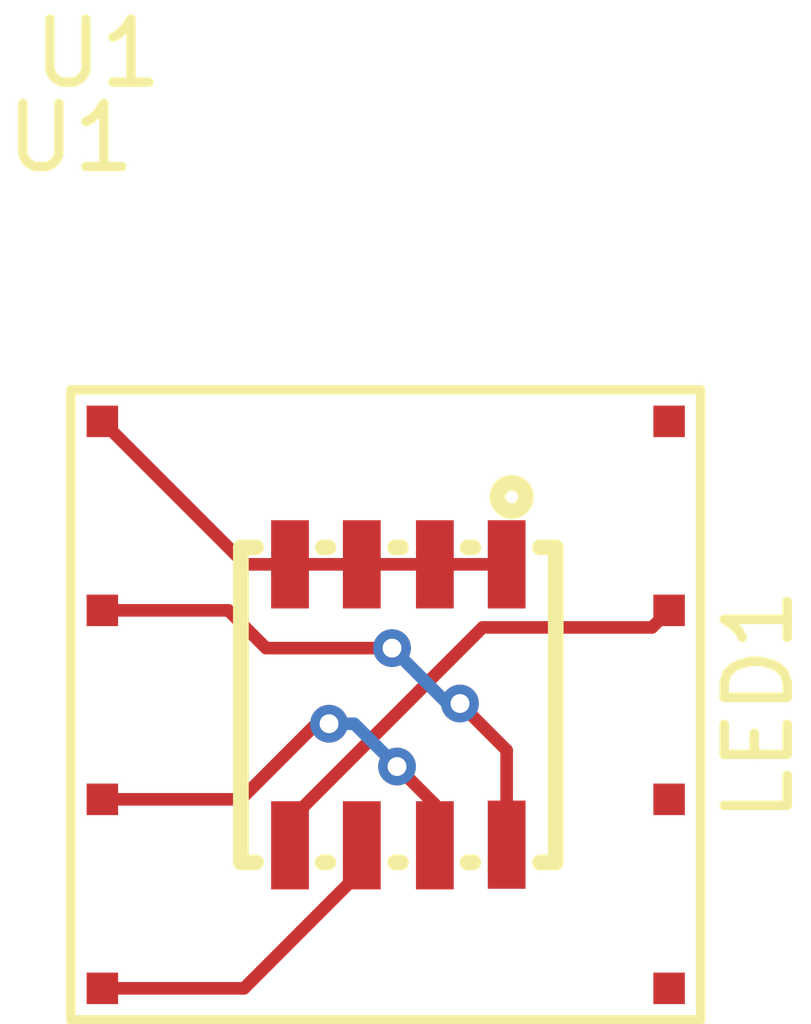
<source format=kicad_pcb>
(kicad_pcb (version 20241229) (generator "pcbnew") (generator_version "9.0")
  (layers (0 "F.Cu" signal) (2 "B.Cu" signal) (13 "F.Paste" user) (15 "B.Paste" user) (5 "F.SilkS" user "F.Silkscreen") (7 "B.SilkS" user "B.Silkscreen") (1 "F.Mask" user) (3 "B.Mask" user) (25 "Edge.Cuts" user))
  (net 0 "")
  (net 1 "cathode_warm_white")
  (net 2 "cathode_red")
  (net 3 "cathode_ir")
  (net 4 "cathode_blue")
  (net 5 "cathode_green")
  (net 6 "cathode_uv")
  (net 7 "cathode_cold_white")
  (net 8 "anode")
  (footprint "TCWIN_TC5050RGBW4D06_4CJHR3_AFW421A:LED-SMD_8P-L5.0-W5.0-TL-FD" (layer "F.Cu") (at 19.5 17.9 -90)
    (property "Reference" "LED1" (at 0 -5.72 90) (layer "F.SilkS"))
    (property "Value" "")
    (fp_line (start -2.5 2.5) (end -2.5 2.26) (stroke (width 0.25)) (layer "F.SilkS"))
    (fp_line (start 2.5 2.5) (end -2.5 2.5) (stroke (width 0.25)) (layer "F.SilkS"))
    (fp_line (start 2.5 2.26) (end 2.5 2.5) (stroke (width 0.25)) (layer "F.SilkS"))
    (fp_line (start -2.5 1.2) (end -2.5 1.11) (stroke (width 0.25)) (layer "F.SilkS"))
    (fp_line (start 2.5 1.11) (end 2.5 1.2) (stroke (width 0.25)) (layer "F.SilkS"))
    (fp_line (start -2.5 0.05) (end -2.5 -0.04) (stroke (width 0.25)) (layer "F.SilkS"))
    (fp_line (start 2.5 -0.04) (end 2.5 0.05) (stroke (width 0.25)) (layer "F.SilkS"))
    (fp_line (start -2.5 -1.1) (end -2.5 -1.19) (stroke (width 0.25)) (layer "F.SilkS"))
    (fp_line (start 2.5 -1.19) (end 2.5 -1.1) (stroke (width 0.25)) (layer "F.SilkS"))
    (fp_line (start -2.5 -2.25) (end -2.5 -2.5) (stroke (width 0.25)) (layer "F.SilkS"))
    (fp_line (start -2.5 -2.5) (end 2.5 -2.5) (stroke (width 0.25)) (layer "F.SilkS"))
    (fp_line (start 2.5 -2.5) (end 2.5 -2.25) (stroke (width 0.25)) (layer "F.SilkS"))
    (fp_circle (center -3.3 -1.8) (end -3.2 -1.8) (stroke (width 0.25)) (fill no) (layer "F.SilkS"))
    (fp_text user "${REFERENCE}" (at 0 -5.72 90) (layer "F.SilkS"))
    (pad "1" smd rect (at -2.23 -1.72) (size 0.6 1.4) (layers "F.Cu" "F.Mask" "F.Paste") (net 8 "anode"))
    (pad "2" smd rect (at -2.23 -0.58) (size 0.6 1.4) (layers "F.Cu" "F.Mask" "F.Paste") (net 8 "anode"))
    (pad "3" smd rect (at -2.23 0.58) (size 0.6 1.4) (layers "F.Cu" "F.Mask" "F.Paste") (net 8 "anode"))
    (pad "4" smd rect (at -2.23 1.72) (size 0.6 1.4) (layers "F.Cu" "F.Mask" "F.Paste") (net 8 "anode"))
    (pad "5" smd rect (at 2.23 1.72) (size 0.6 1.4) (layers "F.Cu" "F.Mask" "F.Paste") (net 7 "cathode_cold_white"))
    (pad "6" smd rect (at 2.23 0.58) (size 0.6 1.4) (layers "F.Cu" "F.Mask" "F.Paste") (net 4 "cathode_blue"))
    (pad "7" smd rect (at 2.23 -0.58) (size 0.6 1.4) (layers "F.Cu" "F.Mask" "F.Paste") (net 5 "cathode_green"))
    (pad "8" smd rect (at 2.22 -1.72) (size 0.6 1.4) (layers "F.Cu" "F.Mask" "F.Paste") (net 2 "cathode_red"))
  )
  (footprint "ATOPILE_PIXEL:pixel" (layer "F.Cu") (at 14.3 12.9)
    (property "Reference" "U1" (at 0.43 -5.34 0) (layer "F.SilkS"))
    (property "Value" "" (hide yes))
    (fp_line (start 0 0) (end 0 10) (stroke (width 0.15)) (layer "F.SilkS"))
    (fp_line (start 0 0) (end 10 0) (stroke (width 0.15)) (layer "F.SilkS"))
    (fp_line (start 0 10) (end 10 10) (stroke (width 0.15)) (layer "F.SilkS"))
    (fp_line (start 10 0) (end 10 10) (stroke (width 0.15)) (layer "F.SilkS"))
    (fp_text user "${REFERENCE}" (at 0 -4 0) (layer "F.SilkS"))
    (pad "1" smd rect (at 0.5 0.5) (size 0.5 0.5) (layers "F.Cu" "F.Mask" "F.Paste") (net 8 "anode"))
    (pad "2" smd rect (at 0.5 3.5) (size 0.5 0.5) (layers "F.Cu" "F.Mask" "F.Paste") (net 2 "cathode_red"))
    (pad "3" smd rect (at 0.5 6.5) (size 0.5 0.5) (layers "F.Cu" "F.Mask" "F.Paste") (net 5 "cathode_green"))
    (pad "4" smd rect (at 0.5 9.5) (size 0.5 0.5) (layers "F.Cu" "F.Mask" "F.Paste") (net 4 "cathode_blue"))
    (pad "5" smd rect (at 9.5 0.5) (size 0.5 0.5) (layers "F.Cu" "F.Mask" "F.Paste") (net 1 "cathode_warm_white"))
    (pad "6" smd rect (at 9.5 3.5) (size 0.5 0.5) (layers "F.Cu" "F.Mask" "F.Paste") (net 7 "cathode_cold_white"))
    (pad "7" smd rect (at 9.5 6.5) (size 0.5 0.5) (layers "F.Cu" "F.Mask" "F.Paste") (net 6 "cathode_uv"))
    (pad "8" smd rect (at 9.5 9.5) (size 0.5 0.5) (layers "F.Cu" "F.Mask" "F.Paste") (net 3 "cathode_ir"))
  )
  (segment (start 19.4 17) (end 17.4 17) (width 0.2) (layer "F.Cu") (net 2))
  (segment (start 17.4 17) (end 16.8 16.4) (width 0.2) (layer "F.Cu") (net 2))
  (segment (start 21.22 18.62) (end 20.479265 17.879265) (width 0.2) (layer "F.Cu") (net 2))
  (segment (start 21.22 20.12) (end 21.22 18.62) (width 0.2) (layer "F.Cu") (net 2))
  (segment (start 16.8 16.4) (end 14.8 16.4) (width 0.2) (layer "F.Cu") (net 2))
  (via (at 20.479265 17.879265) (size 0.6) (drill 0.3) (layers "F.Cu" "B.Cu") (net 2))
  (via (at 19.4 17) (size 0.6) (drill 0.3) (layers "F.Cu" "B.Cu") (net 2))
  (segment (start 20.279265 17.879265) (end 19.4 17) (width 0.2) (layer "B.Cu") (net 2))
  (segment (start 20.479265 17.879265) (end 20.279265 17.879265) (width 0.2) (layer "B.Cu") (net 2))
  (segment (start 17.05 22.4) (end 14.8 22.4) (width 0.2) (layer "F.Cu") (net 4))
  (segment (start 18.92 20.13) (end 18.92 20.53) (width 0.2) (layer "F.Cu") (net 4))
  (segment (start 18.92 20.53) (end 17.05 22.4) (width 0.2) (layer "F.Cu") (net 4))
  (segment (start 17 19.4) (end 14.8 19.4) (width 0.2) (layer "F.Cu") (net 5))
  (segment (start 18.4 18.2) (end 18.2 18.2) (width 0.2) (layer "F.Cu") (net 5))
  (segment (start 18.2 18.2) (end 17 19.4) (width 0.2) (layer "F.Cu") (net 5))
  (segment (start 20.08 19.48) (end 19.479265 18.879265) (width 0.2) (layer "F.Cu") (net 5))
  (segment (start 20.08 20.13) (end 20.08 19.48) (width 0.2) (layer "F.Cu") (net 5))
  (via (at 19.479265 18.879265) (size 0.6) (drill 0.3) (layers "F.Cu" "B.Cu") (net 5))
  (via (at 18.4 18.2) (size 0.6) (drill 0.3) (layers "F.Cu" "B.Cu") (net 5))
  (segment (start 19.479265 18.879265) (end 18.8 18.2) (width 0.2) (layer "B.Cu") (net 5))
  (segment (start 18.8 18.2) (end 18.4 18.2) (width 0.2) (layer "B.Cu") (net 5))
  (segment (start 20.839 16.671) (end 23.529 16.671) (width 0.2) (layer "F.Cu") (net 7))
  (segment (start 17.78 20.13) (end 17.78 19.73) (width 0.2) (layer "F.Cu") (net 7))
  (segment (start 23.529 16.671) (end 23.8 16.4) (width 0.2) (layer "F.Cu") (net 7))
  (segment (start 17.78 19.73) (end 20.839 16.671) (width 0.2) (layer "F.Cu") (net 7))
  (segment (start 17.78 15.67) (end 17.07 15.67) (width 0.2) (layer "F.Cu") (net 8))
  (segment (start 17.07 15.67) (end 14.8 13.4) (width 0.2) (layer "F.Cu") (net 8))
  (segment (start 21.22 15.67) (end 17.78 15.67) (width 0.2) (layer "F.Cu") (net 8))
)
</source>
